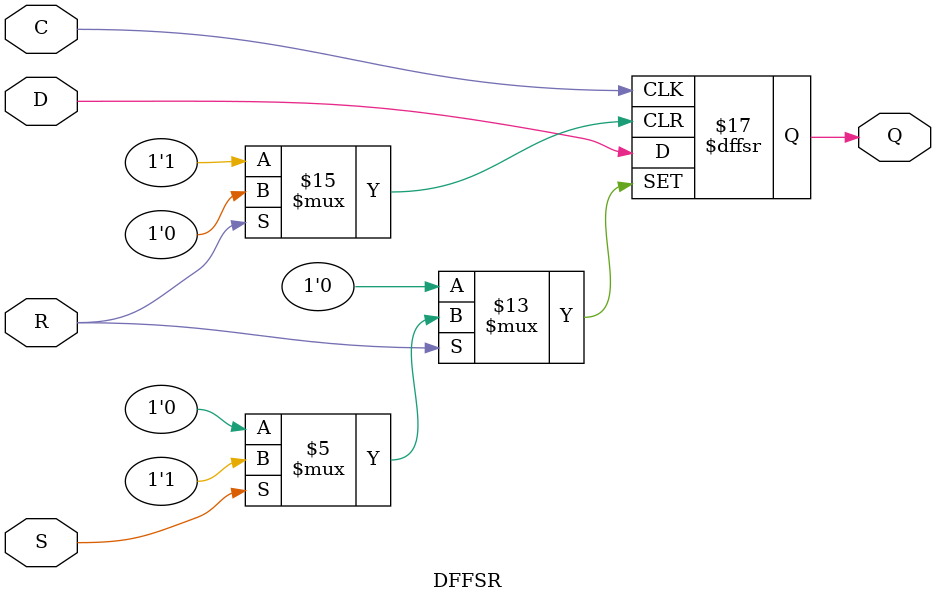
<source format=v>

module BUF(A, Y);
input A;
output Y;
assign #1 Y = A;
endmodule

module NOT(A, Y);
input A;
output Y;
assign #1 Y = ~A;
endmodule

module NAND(A, B, Y);
input A, B;
output Y;
assign #1 Y = ~(A & B);
endmodule

module NOR(A, B, Y);
input A, B;
output Y;
assign #1 Y = ~(A | B);
endmodule

module DFF(C, D, Q);
input C, D;
output reg Q;
always @(posedge C)
	Q <= #1 D;
endmodule

module DFFSR(C, D, Q, S, R);
input C, D, S, R;
output reg Q;
always @(posedge C, posedge S, negedge R)
	if (S)
		Q <= #1 1'b1;
	else if (!R)
		Q <= #1 1'b0;
	else
		Q <= #1 D;
endmodule

</source>
